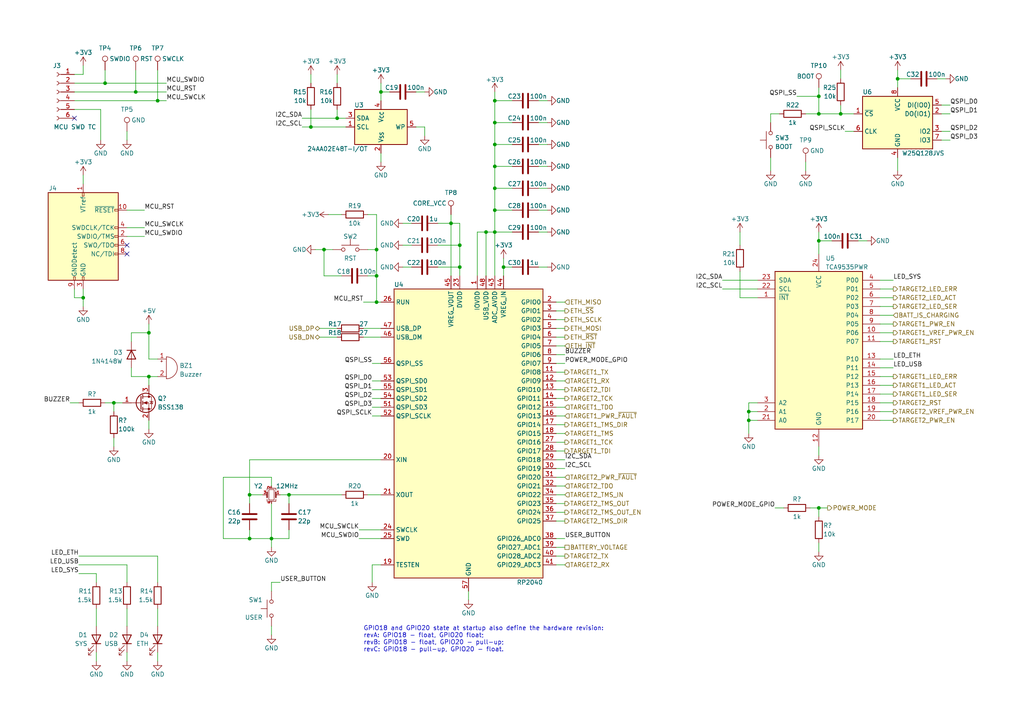
<source format=kicad_sch>
(kicad_sch (version 20221206) (generator eeschema)
  (paper "A4")
  (junction (at 243.84 33.02))
  (junction (at 109.22 80.01))
  (junction (at 43.18 109.22))
  (junction (at 143.51 60.96))
  (junction (at 143.51 67.31))
  (junction (at 140.97 67.31))
  (junction (at 97.79 34.29) (diameter 0.9144))
  (junction (at 260.35 22.86))
  (junction (at 237.49 27.94))
  (junction (at 90.17 36.83) (diameter 0.9144))
  (junction (at 93.98 72.39))
  (junction (at 33.02 116.84))
  (junction (at 143.51 54.61))
  (junction (at 43.18 96.52))
  (junction (at 133.35 71.12))
  (junction (at 237.49 147.32))
  (junction (at 217.17 119.38))
  (junction (at 237.49 69.85))
  (junction (at 143.51 48.26))
  (junction (at 130.81 64.77))
  (junction (at 217.17 121.92))
  (junction (at 83.82 143.51))
  (junction (at 110.49 26.67) (diameter 0.9144))
  (junction (at 143.51 41.91))
  (junction (at 133.35 77.47))
  (junction (at 78.74 156.21) (diameter 0.9144))
  (junction (at 72.39 143.51) (diameter 0.9144))
  (junction (at 143.51 29.21))
  (junction (at 109.22 87.63))
  (junction (at 109.22 72.39))
  (junction (at 39.37 26.67))
  (junction (at 146.05 77.47))
  (junction (at 30.48 24.13))
  (junction (at 72.39 156.21) (diameter 0.9144))
  (junction (at 45.72 29.21))
  (junction (at 143.51 35.56))
  (junction (at 237.49 33.02))
  (junction (at 24.13 86.36))
  (no_connect (at 36.83 71.12))
  (no_connect (at 36.83 73.66))
  (no_connect (at 21.59 34.29))
  (wire (pts (xy 120.65 26.67) (xy 123.19 26.67)))
  (wire (pts (xy 30.48 24.13) (xy 48.26 24.13)))
  (wire (pts (xy 223.52 33.02) (xy 226.06 33.02)))
  (wire (pts (xy 255.27 106.68) (xy 259.08 106.68)))
  (wire (pts (xy 21.59 83.82) (xy 21.59 86.36)))
  (wire (pts (xy 21.59 86.36) (xy 24.13 86.36)))
  (wire (pts (xy 43.18 121.92) (xy 43.18 124.46)))
  (wire (pts (xy 255.27 81.28) (xy 259.08 81.28)))
  (wire (pts (xy 161.29 151.13) (xy 163.83 151.13)))
  (wire (pts (xy 143.51 67.31) (xy 143.51 80.01)))
  (wire (pts (xy 161.29 138.43) (xy 163.83 138.43)))
  (wire (pts (xy 72.39 143.51) (xy 72.39 133.35)))
  (wire (pts (xy 161.29 90.17) (xy 163.83 90.17)))
  (wire (pts (xy 243.84 30.48) (xy 243.84 33.02)))
  (wire (pts (xy 78.74 168.91) (xy 78.74 171.45)))
  (wire (pts (xy 143.51 35.56) (xy 148.59 35.56)))
  (wire (pts (xy 81.28 168.91) (xy 78.74 168.91)))
  (wire (pts (xy 224.79 147.32) (xy 227.33 147.32)))
  (wire (pts (xy 130.81 64.77) (xy 130.81 80.01)))
  (wire (pts (xy 130.81 62.23) (xy 130.81 64.77)))
  (wire (pts (xy 214.63 78.74) (xy 214.63 86.36)))
  (wire (pts (xy 209.55 83.82) (xy 219.71 83.82)))
  (wire (pts (xy 214.63 67.31) (xy 214.63 71.12)))
  (wire (pts (xy 104.14 156.21) (xy 110.49 156.21)))
  (wire (pts (xy 96.52 72.39) (xy 93.98 72.39)))
  (wire (pts (xy 78.74 181.61) (xy 78.74 184.15)))
  (wire (pts (xy 109.22 80.01) (xy 109.22 87.63)))
  (wire (pts (xy 21.59 29.21) (xy 45.72 29.21)))
  (wire (pts (xy 161.29 105.41) (xy 163.83 105.41)))
  (wire (pts (xy 255.27 88.9) (xy 259.08 88.9)))
  (wire (pts (xy 143.51 35.56) (xy 143.51 41.91)))
  (wire (pts (xy 161.29 130.81) (xy 163.83 130.81)))
  (wire (pts (xy 87.63 36.83) (xy 90.17 36.83)))
  (wire (pts (xy 21.59 24.13) (xy 30.48 24.13)))
  (wire (pts (xy 143.51 60.96) (xy 148.59 60.96)))
  (wire (pts (xy 127 71.12) (xy 133.35 71.12)))
  (wire (pts (xy 260.35 20.32) (xy 260.35 22.86)))
  (wire (pts (xy 143.51 26.67) (xy 143.51 29.21)))
  (wire (pts (xy 161.29 158.75) (xy 163.83 158.75)))
  (wire (pts (xy 143.51 41.91) (xy 143.51 48.26)))
  (wire (pts (xy 217.17 121.92) (xy 219.71 121.92)))
  (wire (pts (xy 255.27 83.82) (xy 259.08 83.82)))
  (wire (pts (xy 255.27 121.92) (xy 259.08 121.92)))
  (wire (pts (xy 133.35 71.12) (xy 133.35 64.77)))
  (wire (pts (xy 106.68 143.51) (xy 110.49 143.51)))
  (wire (pts (xy 105.41 97.79) (xy 110.49 97.79)))
  (wire (pts (xy 91.44 72.39) (xy 93.98 72.39)))
  (wire (pts (xy 237.49 157.48) (xy 237.49 160.02)))
  (wire (pts (xy 158.75 35.56) (xy 156.21 35.56)))
  (wire (pts (xy 107.95 118.11) (xy 110.49 118.11)))
  (wire (pts (xy 161.29 110.49) (xy 163.83 110.49)))
  (wire (pts (xy 90.17 36.83) (xy 90.17 31.75)))
  (wire (pts (xy 100.33 36.83) (xy 90.17 36.83)))
  (wire (pts (xy 45.72 189.23) (xy 45.72 191.77)))
  (wire (pts (xy 243.84 20.32) (xy 243.84 22.86)))
  (wire (pts (xy 36.83 68.58) (xy 41.91 68.58)))
  (wire (pts (xy 24.13 21.59) (xy 21.59 21.59)))
  (wire (pts (xy 87.63 34.29) (xy 97.79 34.29)))
  (wire (pts (xy 43.18 104.14) (xy 45.72 104.14)))
  (wire (pts (xy 116.84 71.12) (xy 119.38 71.12)))
  (wire (pts (xy 33.02 127) (xy 33.02 129.54)))
  (wire (pts (xy 81.28 143.51) (xy 83.82 143.51)))
  (wire (pts (xy 95.25 62.23) (xy 99.06 62.23)))
  (wire (pts (xy 45.72 176.53) (xy 45.72 181.61)))
  (wire (pts (xy 143.51 54.61) (xy 148.59 54.61)))
  (wire (pts (xy 255.27 104.14) (xy 259.08 104.14)))
  (wire (pts (xy 93.98 80.01) (xy 99.06 80.01)))
  (wire (pts (xy 106.68 62.23) (xy 109.22 62.23)))
  (wire (pts (xy 133.35 80.01) (xy 133.35 77.47)))
  (wire (pts (xy 146.05 77.47) (xy 148.59 77.47)))
  (wire (pts (xy 237.49 129.54) (xy 237.49 132.08)))
  (wire (pts (xy 158.75 29.21) (xy 156.21 29.21)))
  (wire (pts (xy 223.52 35.56) (xy 223.52 33.02)))
  (wire (pts (xy 161.29 140.97) (xy 163.83 140.97)))
  (wire (pts (xy 105.41 87.63) (xy 109.22 87.63)))
  (wire (pts (xy 24.13 83.82) (xy 24.13 86.36)))
  (wire (pts (xy 24.13 86.36) (xy 24.13 88.9)))
  (wire (pts (xy 217.17 116.84) (xy 219.71 116.84)))
  (wire (pts (xy 29.21 40.64) (xy 29.21 31.75)))
  (wire (pts (xy 33.02 116.84) (xy 33.02 119.38)))
  (wire (pts (xy 161.29 87.63) (xy 163.83 87.63)))
  (wire (pts (xy 36.83 176.53) (xy 36.83 181.61)))
  (wire (pts (xy 36.83 38.1) (xy 36.83 40.64)))
  (wire (pts (xy 146.05 80.01) (xy 146.05 77.47)))
  (wire (pts (xy 209.55 81.28) (xy 219.71 81.28)))
  (wire (pts (xy 33.02 116.84) (xy 35.56 116.84)))
  (wire (pts (xy 36.83 168.91) (xy 36.83 163.83)))
  (wire (pts (xy 237.49 27.94) (xy 237.49 33.02)))
  (wire (pts (xy 161.29 143.51) (xy 163.83 143.51)))
  (wire (pts (xy 143.51 41.91) (xy 148.59 41.91)))
  (wire (pts (xy 45.72 20.32) (xy 45.72 29.21)))
  (wire (pts (xy 123.19 36.83) (xy 120.65 36.83)))
  (wire (pts (xy 78.74 140.97) (xy 78.74 138.43)))
  (wire (pts (xy 158.75 41.91) (xy 156.21 41.91)))
  (wire (pts (xy 27.94 168.91) (xy 27.94 166.37)))
  (wire (pts (xy 83.82 153.67) (xy 83.82 156.21)))
  (wire (pts (xy 255.27 91.44) (xy 259.08 91.44)))
  (wire (pts (xy 237.49 33.02) (xy 243.84 33.02)))
  (wire (pts (xy 21.59 26.67) (xy 39.37 26.67)))
  (wire (pts (xy 123.19 39.37) (xy 123.19 36.83)))
  (wire (pts (xy 107.95 110.49) (xy 110.49 110.49)))
  (wire (pts (xy 109.22 62.23) (xy 109.22 72.39)))
  (wire (pts (xy 107.95 120.65) (xy 110.49 120.65)))
  (wire (pts (xy 158.75 48.26) (xy 156.21 48.26)))
  (wire (pts (xy 237.49 147.32) (xy 240.03 147.32)))
  (wire (pts (xy 45.72 29.21) (xy 48.26 29.21)))
  (wire (pts (xy 161.29 115.57) (xy 163.83 115.57)))
  (wire (pts (xy 161.29 107.95) (xy 163.83 107.95)))
  (wire (pts (xy 138.43 67.31) (xy 138.43 80.01)))
  (wire (pts (xy 105.41 95.25) (xy 110.49 95.25)))
  (wire (pts (xy 273.05 33.02) (xy 275.59 33.02)))
  (wire (pts (xy 72.39 133.35) (xy 110.49 133.35)))
  (wire (pts (xy 21.59 31.75) (xy 29.21 31.75)))
  (wire (pts (xy 36.83 60.96) (xy 41.91 60.96)))
  (wire (pts (xy 78.74 138.43) (xy 64.77 138.43)))
  (wire (pts (xy 255.27 99.06) (xy 259.08 99.06)))
  (wire (pts (xy 127 77.47) (xy 133.35 77.47)))
  (wire (pts (xy 133.35 64.77) (xy 130.81 64.77)))
  (wire (pts (xy 260.35 22.86) (xy 260.35 25.4)))
  (wire (pts (xy 104.14 153.67) (xy 110.49 153.67)))
  (wire (pts (xy 161.29 161.29) (xy 163.83 161.29)))
  (wire (pts (xy 255.27 109.22) (xy 259.08 109.22)))
  (wire (pts (xy 72.39 143.51) (xy 72.39 146.05)))
  (wire (pts (xy 161.29 163.83) (xy 163.83 163.83)))
  (wire (pts (xy 217.17 119.38) (xy 219.71 119.38)))
  (wire (pts (xy 116.84 77.47) (xy 119.38 77.47)))
  (wire (pts (xy 107.95 105.41) (xy 110.49 105.41)))
  (wire (pts (xy 97.79 21.59) (xy 97.79 24.13)))
  (wire (pts (xy 78.74 146.05) (xy 78.74 156.21)))
  (wire (pts (xy 143.51 67.31) (xy 148.59 67.31)))
  (wire (pts (xy 158.75 67.31) (xy 156.21 67.31)))
  (wire (pts (xy 97.79 34.29) (xy 97.79 31.75)))
  (wire (pts (xy 100.33 34.29) (xy 97.79 34.29)))
  (wire (pts (xy 161.29 102.87) (xy 163.83 102.87)))
  (wire (pts (xy 64.77 138.43) (xy 64.77 156.21)))
  (wire (pts (xy 30.48 116.84) (xy 33.02 116.84)))
  (wire (pts (xy 90.17 21.59) (xy 90.17 24.13)))
  (wire (pts (xy 45.72 161.29) (xy 45.72 168.91)))
  (wire (pts (xy 223.52 45.72) (xy 223.52 49.53)))
  (wire (pts (xy 158.75 60.96) (xy 156.21 60.96)))
  (wire (pts (xy 107.95 115.57) (xy 110.49 115.57)))
  (wire (pts (xy 273.05 30.48) (xy 275.59 30.48)))
  (wire (pts (xy 110.49 24.13) (xy 110.49 26.67)))
  (wire (pts (xy 161.29 135.89) (xy 163.83 135.89)))
  (wire (pts (xy 273.05 40.64) (xy 275.59 40.64)))
  (wire (pts (xy 30.48 20.32) (xy 30.48 24.13)))
  (wire (pts (xy 78.74 156.21) (xy 78.74 158.75)))
  (wire (pts (xy 255.27 116.84) (xy 259.08 116.84)))
  (wire (pts (xy 22.86 161.29) (xy 45.72 161.29)))
  (wire (pts (xy 273.05 38.1) (xy 275.59 38.1)))
  (wire (pts (xy 161.29 133.35) (xy 163.83 133.35)))
  (wire (pts (xy 127 64.77) (xy 130.81 64.77)))
  (wire (pts (xy 255.27 86.36) (xy 259.08 86.36)))
  (wire (pts (xy 161.29 113.03) (xy 163.83 113.03)))
  (wire (pts (xy 78.74 156.21) (xy 72.39 156.21)))
  (wire (pts (xy 22.86 166.37) (xy 27.94 166.37)))
  (wire (pts (xy 45.72 109.22) (xy 43.18 109.22)))
  (wire (pts (xy 237.49 67.31) (xy 237.49 69.85)))
  (wire (pts (xy 237.49 69.85) (xy 237.49 73.66)))
  (wire (pts (xy 116.84 64.77) (xy 119.38 64.77)))
  (wire (pts (xy 27.94 176.53) (xy 27.94 181.61)))
  (wire (pts (xy 93.98 80.01) (xy 93.98 72.39)))
  (wire (pts (xy 234.95 147.32) (xy 237.49 147.32)))
  (wire (pts (xy 271.78 22.86) (xy 274.32 22.86)))
  (wire (pts (xy 72.39 156.21) (xy 72.39 153.67)))
  (wire (pts (xy 237.49 147.32) (xy 237.49 149.86)))
  (wire (pts (xy 39.37 20.32) (xy 39.37 26.67)))
  (wire (pts (xy 255.27 114.3) (xy 259.08 114.3)))
  (wire (pts (xy 110.49 26.67) (xy 110.49 29.21)))
  (wire (pts (xy 113.03 26.67) (xy 110.49 26.67)))
  (wire (pts (xy 107.95 113.03) (xy 110.49 113.03)))
  (wire (pts (xy 161.29 95.25) (xy 163.83 95.25)))
  (wire (pts (xy 161.29 92.71) (xy 163.83 92.71)))
  (wire (pts (xy 255.27 96.52) (xy 259.08 96.52)))
  (wire (pts (xy 163.83 118.11) (xy 161.29 118.11)))
  (wire (pts (xy 92.71 95.25) (xy 97.79 95.25)))
  (wire (pts (xy 109.22 72.39) (xy 109.22 80.01)))
  (wire (pts (xy 24.13 19.05) (xy 24.13 21.59)))
  (wire (pts (xy 231.14 27.94) (xy 237.49 27.94)))
  (wire (pts (xy 217.17 121.92) (xy 217.17 119.38)))
  (wire (pts (xy 43.18 96.52) (xy 43.18 104.14)))
  (wire (pts (xy 109.22 87.63) (xy 110.49 87.63)))
  (wire (pts (xy 43.18 93.98) (xy 43.18 96.52)))
  (wire (pts (xy 237.49 69.85) (xy 241.3 69.85)))
  (wire (pts (xy 146.05 74.93) (xy 146.05 77.47)))
  (wire (pts (xy 43.18 109.22) (xy 43.18 111.76)))
  (wire (pts (xy 110.49 44.45) (xy 110.49 46.99)))
  (wire (pts (xy 20.32 116.84) (xy 22.86 116.84)))
  (wire (pts (xy 161.29 100.33) (xy 163.83 100.33)))
  (wire (pts (xy 92.71 97.79) (xy 97.79 97.79)))
  (wire (pts (xy 38.1 106.68) (xy 38.1 109.22)))
  (wire (pts (xy 22.86 163.83) (xy 36.83 163.83)))
  (wire (pts (xy 161.29 156.21) (xy 163.83 156.21)))
  (wire (pts (xy 233.68 46.99) (xy 233.68 49.53)))
  (wire (pts (xy 233.68 33.02) (xy 237.49 33.02)))
  (wire (pts (xy 143.51 60.96) (xy 143.51 67.31)))
  (wire (pts (xy 248.92 69.85) (xy 251.46 69.85)))
  (wire (pts (xy 36.83 66.04) (xy 41.91 66.04)))
  (wire (pts (xy 27.94 189.23) (xy 27.94 191.77)))
  (wire (pts (xy 133.35 71.12) (xy 133.35 77.47)))
  (wire (pts (xy 161.29 128.27) (xy 163.83 128.27)))
  (wire (pts (xy 76.2 143.51) (xy 72.39 143.51)))
  (wire (pts (xy 214.63 86.36) (xy 219.71 86.36)))
  (wire (pts (xy 64.77 156.21) (xy 72.39 156.21)))
  (wire (pts (xy 106.68 72.39) (xy 109.22 72.39)))
  (wire (pts (xy 107.95 163.83) (xy 107.95 168.91)))
  (wire (pts (xy 38.1 96.52) (xy 43.18 96.52)))
  (wire (pts (xy 36.83 189.23) (xy 36.83 191.77)))
  (wire (pts (xy 161.29 148.59) (xy 163.83 148.59)))
  (wire (pts (xy 38.1 99.06) (xy 38.1 96.52)))
  (wire (pts (xy 83.82 156.21) (xy 78.74 156.21)))
  (wire (pts (xy 140.97 67.31) (xy 143.51 67.31)))
  (wire (pts (xy 243.84 33.02) (xy 247.65 33.02)))
  (wire (pts (xy 161.29 125.73) (xy 163.83 125.73)))
  (wire (pts (xy 38.1 109.22) (xy 43.18 109.22)))
  (wire (pts (xy 255.27 93.98) (xy 259.08 93.98)))
  (wire (pts (xy 237.49 25.4) (xy 237.49 27.94)))
  (wire (pts (xy 161.29 123.19) (xy 163.83 123.19)))
  (wire (pts (xy 245.11 38.1) (xy 247.65 38.1)))
  (wire (pts (xy 135.89 171.45) (xy 135.89 173.99)))
  (wire (pts (xy 217.17 125.73) (xy 217.17 121.92)))
  (wire (pts (xy 156.21 77.47) (xy 158.75 77.47)))
  (wire (pts (xy 143.51 29.21) (xy 148.59 29.21)))
  (wire (pts (xy 107.95 163.83) (xy 110.49 163.83)))
  (wire (pts (xy 161.29 146.05) (xy 163.83 146.05)))
  (wire (pts (xy 140.97 67.31) (xy 140.97 80.01)))
  (wire (pts (xy 255.27 111.76) (xy 259.08 111.76)))
  (wire (pts (xy 143.51 48.26) (xy 143.51 54.61)))
  (wire (pts (xy 143.51 54.61) (xy 143.51 60.96)))
  (wire (pts (xy 217.17 119.38) (xy 217.17 116.84)))
  (wire (pts (xy 158.75 54.61) (xy 156.21 54.61)))
  (wire (pts (xy 24.13 50.8) (xy 24.13 53.34)))
  (wire (pts (xy 161.29 120.65) (xy 163.83 120.65)))
  (wire (pts (xy 260.35 22.86) (xy 264.16 22.86)))
  (wire (pts (xy 143.51 48.26) (xy 148.59 48.26)))
  (wire (pts (xy 39.37 26.67) (xy 48.26 26.67)))
  (wire (pts (xy 138.43 67.31) (xy 140.97 67.31)))
  (wire (pts (xy 143.51 29.21) (xy 143.51 35.56)))
  (wire (pts (xy 161.29 97.79) (xy 163.83 97.79)))
  (wire (pts (xy 83.82 143.51) (xy 83.82 146.05)))
  (wire (pts (xy 255.27 119.38) (xy 259.08 119.38)))
  (wire (pts (xy 260.35 45.72) (xy 260.35 49.53)))
  (wire (pts (xy 83.82 143.51) (xy 99.06 143.51)))
  (wire (pts (xy 106.68 80.01) (xy 109.22 80.01)))
  (text "GPIO18 and GPIO20 state at startup also define the hardware revision:\nrevA: GPIO18 - float, GPIO20 float;\nrevB: GPIO18 - float, GPIO20 - pull-up;\nrevC: GPIO18 - pull-up, GPIO20 - float." (at 105.41 189.23 0) (effects (font (size 1.27 1.27)) (justify left bottom)))
  (label "QSPI_SS" (at 231.14 27.94 180))
  (label "LED_SYS" (at 22.86 166.37 180))
  (label "QSPI_D1" (at 275.59 33.02 0))
  (label "QSPI_D3" (at 275.59 40.64 0))
  (label "I2C_SDA" (at 209.55 81.28 180))
  (label "USER_BUTTON" (at 81.28 168.91 0))
  (label "LED_ETH" (at 22.86 161.29 180))
  (label "QSPI_D2" (at 107.95 115.57 180))
  (label "QSPI_D0" (at 107.95 110.49 180))
  (label "LED_USB" (at 22.86 163.83 180))
  (label "QSPI_D1" (at 107.95 113.03 180))
  (label "MCU_RST" (at 105.41 87.63 180))
  (label "I2C_SCL" (at 163.83 135.89 0))
  (label "MCU_SWCLK" (at 104.14 153.67 180))
  (label "USER_BUTTON" (at 163.83 156.21 0))
  (label "I2C_SDA" (at 87.63 34.29 180))
  (label "QSPI_D3" (at 107.95 118.11 180))
  (label "BUZZER" (at 163.83 102.87 0))
  (label "MCU_SWDIO" (at 48.26 24.13 0))
  (label "MCU_SWCLK" (at 41.91 66.04 0))
  (label "QSPI_D2" (at 275.59 38.1 0))
  (label "I2C_SCL" (at 87.63 36.83 180))
  (label "QSPI_SCLK" (at 245.11 38.1 180))
  (label "BUZZER" (at 20.32 116.84 180))
  (label "LED_USB" (at 259.08 106.68 0))
  (label "LED_ETH" (at 259.08 104.14 0))
  (label "LED_SYS" (at 259.08 81.28 0))
  (label "MCU_SWDIO" (at 41.91 68.58 0))
  (label "I2C_SCL" (at 209.55 83.82 180))
  (label "QSPI_D0" (at 275.59 30.48 0))
  (label "MCU_RST" (at 48.26 26.67 0))
  (label "QSPI_SCLK" (at 107.95 120.65 180))
  (label "POWER_MODE_GPIO" (at 163.83 105.41 0))
  (label "MCU_RST" (at 41.91 60.96 0))
  (label "QSPI_SS" (at 107.95 105.41 180))
  (label "MCU_SWCLK" (at 48.26 29.21 0))
  (label "MCU_SWDIO" (at 104.14 156.21 180))
  (label "POWER_MODE_GPIO" (at 224.79 147.32 180))
  (label "I2C_SDA" (at 163.83 133.35 0))
  (hierarchical_label "TARGET1_RST" (shape output) (at 259.08 99.06 0))
  (hierarchical_label "TARGET2_TMS_IN" (shape input) (at 163.83 143.51 0))
  (hierarchical_label "TARGET2_TX" (shape output) (at 163.83 161.29 0))
  (hierarchical_label "USB_DN" (shape bidirectional) (at 92.71 97.79 180))
  (hierarchical_label "TARGET1_LED_ACT" (shape output) (at 259.08 111.76 0))
  (hierarchical_label "TARGET2_TMS_OUT_EN" (shape output) (at 163.83 148.59 0))
  (hierarchical_label "TARGET2_RST" (shape output) (at 259.08 116.84 0))
  (hierarchical_label "TARGET1_LED_SER" (shape output) (at 259.08 114.3 0))
  (hierarchical_label "TARGET2_TCK" (shape output) (at 163.83 115.57 0))
  (hierarchical_label "TARGET2_RX" (shape input) (at 163.83 163.83 0))
  (hierarchical_label "TARGET2_TDI" (shape output) (at 163.83 113.03 0))
  (hierarchical_label "ETH_~{INT}" (shape input) (at 163.83 100.33 0))
  (hierarchical_label "TARGET1_TCK" (shape output) (at 163.83 128.27 0))
  (hierarchical_label "ETH_~{RST}" (shape output) (at 163.83 97.79 0))
  (hierarchical_label "TARGET1_VREF_PWR_EN" (shape output) (at 259.08 96.52 0))
  (hierarchical_label "ETH_MOSI" (shape output) (at 163.83 95.25 0))
  (hierarchical_label "TARGET1_TMS" (shape bidirectional) (at 163.83 125.73 0))
  (hierarchical_label "TARGET1_LED_ERR" (shape output) (at 259.08 109.22 0))
  (hierarchical_label "TARGET1_PWR_EN" (shape output) (at 259.08 93.98 0))
  (hierarchical_label "TARGET2_PWR_EN" (shape output) (at 259.08 121.92 0))
  (hierarchical_label "TARGET2_TMS_DIR" (shape output) (at 163.83 151.13 0))
  (hierarchical_label "TARGET2_PWR_~{FAULT}" (shape input) (at 163.83 138.43 0))
  (hierarchical_label "TARGET2_LED_ACT" (shape output) (at 259.08 86.36 0))
  (hierarchical_label "TARGET1_TDO" (shape input) (at 163.83 118.11 0))
  (hierarchical_label "TARGET1_TDI" (shape output) (at 163.83 130.81 0))
  (hierarchical_label "ETH_MISO" (shape input) (at 163.83 87.63 0))
  (hierarchical_label "POWER_MODE" (shape output) (at 240.03 147.32 0))
  (hierarchical_label "USB_DP" (shape bidirectional) (at 92.71 95.25 180))
  (hierarchical_label "TARGET1_RX" (shape input) (at 163.83 110.49 0))
  (hierarchical_label "TARGET1_PWR_~{FAULT}" (shape input) (at 163.83 120.65 0))
  (hierarchical_label "BATTERY_VOLTAGE" (shape passive) (at 163.83 158.75 0))
  (hierarchical_label "TARGET2_TMS_OUT" (shape output) (at 163.83 146.05 0))
  (hierarchical_label "ETH_SCLK" (shape output) (at 163.83 92.71 0))
  (hierarchical_label "TARGET1_TX" (shape output) (at 163.83 107.95 0))
  (hierarchical_label "TARGET2_LED_ERR" (shape output) (at 259.08 83.82 0))
  (hierarchical_label "TARGET2_VREF_PWR_EN" (shape output) (at 259.08 119.38 0))
  (hierarchical_label "ETH_~{SS}" (shape output) (at 163.83 90.17 0))
  (hierarchical_label "BATT_IS_CHARGING" (shape input) (at 259.08 91.44 0))
  (hierarchical_label "TARGET2_LED_SER" (shape output) (at 259.08 88.9 0))
  (hierarchical_label "TARGET1_TMS_DIR" (shape output) (at 163.83 123.19 0))
  (hierarchical_label "TARGET2_TDO" (shape input) (at 163.83 140.97 0))
  (symbol (lib_id "power:+3V3") (at 146.05 74.93 0) (unit 1)
    (property "Reference" "#PWR054" (effects hide))
    (property "Value" "+3V3" (at 146.05 71.12 0))
  )
  (symbol (lib_id "Interface_Expansion:TCA9535PWR") (at 237.49 101.6 0) (unit 1)
    (property "Reference" "U5" (at 239.4459 74.93 0) (effects (justify left)))
    (property "Value" "TCA9535PWR" (at 239.4459 77.47 0) (effects (justify left)))
    (property "Footprint" "Package_SO:TSSOP-24_4.4x7.8mm_P0.65mm" (effects hide))
    (property "Datasheet" "http://www.ti.com/lit/ds/symlink/tca9535.pdf" (effects hide))
    (property "Part Number" "TCA9535PWR" (effects hide))
  )
  (symbol (lib_id "power:GND") (at 110.49 46.99 0) (unit 1)
    (property "Reference" "#PWR046" (effects hide))
    (property "Value" "GND" (at 110.49 50.8 0))
  )
  (symbol (lib_id "power:GND") (at 45.72 191.77 0) (unit 1)
    (property "Reference" "#PWR037" (effects hide))
    (property "Value" "GND" (at 45.72 195.58 0))
  )
  (symbol (lib_id "Device:R") (at 33.02 123.19 0) (unit 1)
    (property "Reference" "R?" (at 34.29 121.92 0) (effects (justify left)))
    (property "Value" "100k" (at 34.29 124.46 0) (effects (justify left)))
    (property "Footprint" "Resistor_SMD:R_0402_1005Metric" (effects hide))
    (property "Part Number" "RC0402FR-07100KL" (effects hide))
    (instances (project "RubyLink_revC" (path "" (reference "R?") (unit 1)) (path "" (reference "R12") (unit 1))))
  )
  (symbol (lib_id "power:GND") (at 158.75 41.91 90) (unit 1)
    (property "Reference" "#PWR057" (effects hide))
    (property "Value" "GND" (at 161.29 41.91 90) (effects (justify right)))
  )
  (symbol (lib_id "power:+3V3") (at 237.49 67.31 0) (unit 1)
    (property "Reference" "#PWR067" (effects hide))
    (property "Value" "+3V3" (at 237.49 63.5 0))
  )
  (symbol (lib_id "Device:C") (at 152.4 60.96 90) (unit 1)
    (property "Reference" "C28" (at 151.13 59.69 90) (effects (justify left)))
    (property "Value" "100n" (at 153.6701 59.69 90) (effects (justify right)))
    (property "Footprint" "Capacitor_SMD:C_0402_1005Metric" (effects hide))
    (property "Part Number" "CC0402KRX7R7BB104" (effects hide))
  )
  (symbol (lib_id "Device:C") (at 123.19 64.77 90) (mirror x) (unit 1)
    (property "Reference" "C20" (at 121.92 63.5 90) (effects (justify left)))
    (property "Value" "1u" (at 124.4601 63.5 90) (effects (justify right)))
    (property "Footprint" "Capacitor_SMD:C_0402_1005Metric" (effects hide))
    (property "Part Number" "CC0402KRX5R7BB105" (effects hide))
  )
  (symbol (lib_id "Device:R") (at 101.6 97.79 270) (mirror x) (unit 1)
    (property "Reference" "R18" (at 99.06 96.52 90) (effects (justify right)))
    (property "Value" "27" (at 104.14 96.52 90) (effects (justify left)))
    (property "Footprint" "Resistor_SMD:R_0402_1005Metric" (effects hide))
    (property "Part Number" "RC0402FR-0727RL" (effects hide))
  )
  (symbol (lib_id "Device:C") (at 152.4 48.26 90) (unit 1)
    (property "Reference" "C26" (at 151.13 46.99 90) (effects (justify left)))
    (property "Value" "100n" (at 153.6701 46.99 90) (effects (justify right)))
    (property "Footprint" "Capacitor_SMD:C_0402_1005Metric" (effects hide))
    (property "Part Number" "CC0402KRX7R7BB104" (effects hide))
  )
  (symbol (lib_id "Switch:SW_Push") (at 223.52 40.64 90) (unit 1)
    (property "Reference" "SW3" (at 224.79 40.005 90) (effects (justify right)))
    (property "Value" "BOOT" (at 224.79 42.545 90) (effects (justify right)))
    (property "Footprint" "Button_Switch_SMD:SW_SPST_B3U-1000P-B" (effects hide))
    (property "Part Number" "B3U-1000P" (effects hide))
  )
  (symbol (lib_id "power:GND") (at 123.19 26.67 90) (unit 1)
    (property "Reference" "#PWR050" (effects hide))
    (property "Value" "GND" (at 125.73 26.67 90) (effects (justify right)))
  )
  (symbol (lib_id "Device:LED") (at 27.94 185.42 270) (mirror x) (unit 1)
    (property "Reference" "D1" (at 25.4 184.15 90) (effects (justify right)))
    (property "Value" "SYS" (at 25.4 186.69 90) (effects (justify right)))
    (property "Footprint" "LED_THT:LED_D3.0mm" (effects hide))
    (property "Part Number" "GNL-3014GD" (effects hide))
  )
  (symbol (lib_id "Device:R") (at 237.49 153.67 0) (unit 1)
    (property "Reference" "R?" (at 238.76 152.4 0) (effects (justify left)))
    (property "Value" "10k" (at 238.76 154.94 0) (effects (justify left)))
    (property "Footprint" "Resistor_SMD:R_0402_1005Metric" (effects hide))
    (property "Part Number" "RC0402FR-0710KL" (effects hide))
    (instances (project "RubyLink_revC" (path "" (reference "R?") (unit 1)) (path "" (reference "R24") (unit 1))))
  )
  (symbol (lib_id "power:GND") (at 237.49 160.02 0) (unit 1)
    (property "Reference" "#PWR?" (effects hide))
    (property "Value" "GND" (at 237.49 163.83 0))
    (instances (project "RubyLink_revC" (path "" (reference "#PWR?") (unit 1)) (path "" (reference "#PWR069") (unit 1))))
  )
  (symbol (lib_id "Connector:TestPoint") (at 237.49 25.4 0) (mirror y) (unit 1)
    (property "Reference" "TP10" (at 237.49 19.05 0))
    (property "Value" "BOOT" (at 236.22 22.86 0) (effects (justify left bottom)))
    (property "Footprint" "TestPoint:TestPoint_Pad_D1.0mm" (effects hide))
  )
  (symbol (lib_id "Connector:TestPoint") (at 36.83 38.1 0) (mirror y) (unit 1)
    (property "Reference" "TP5" (at 36.83 31.75 0))
    (property "Value" "GND" (at 38.1 35.56 0) (effects (justify right bottom)))
    (property "Footprint" "TestPoint:TestPoint_Pad_D1.0mm" (effects hide))
  )
  (symbol (lib_id "Diode:1N4148W") (at 38.1 102.87 90) (mirror x) (unit 1)
    (property "Reference" "D3" (at 35.56 102.235 90) (effects (justify left)))
    (property "Value" "1N4148W" (at 35.56 104.775 90) (effects (justify left)))
    (property "Footprint" "Diode_SMD:D_SOD-123" (effects hide))
    (property "Datasheet" "https://www.vishay.com/docs/85748/1n4148w.pdf" (effects hide))
    (property "Part Number" "1N4148W" (effects hide))
  )
  (symbol (lib_id "power:GND") (at 43.18 124.46 0) (unit 1)
    (property "Reference" "#PWR?" (effects hide))
    (property "Value" "GND" (at 43.18 128.27 0))
    (instances (project "RubyLink_revC" (path "" (reference "#PWR?") (unit 1)) (path "" (reference "#PWR036") (unit 1))))
  )
  (symbol (lib_id "Transistor_FET:BSS138") (at 40.64 116.84 0) (unit 1)
    (property "Reference" "Q?" (at 45.72 115.57 0) (effects (justify left)))
    (property "Value" "BSS138" (at 45.72 118.11 0) (effects (justify left)))
    (property "Footprint" "Package_TO_SOT_SMD:SOT-23" (effects hide))
    (property "Datasheet" "https://www.onsemi.com/pub/Collateral/BSS138-D.PDF" (effects hide))
    (property "Part Number" "BSS138PW,115" (effects hide))
    (instances (project "RubyLink_revC" (path "" (reference "Q?") (unit 1)) (path "" (reference "Q1") (unit 1))))
  )
  (symbol (lib_id "power:GND") (at 237.49 132.08 0) (unit 1)
    (property "Reference" "#PWR068" (effects hide))
    (property "Value" "GND" (at 237.49 135.89 0))
  )
  (symbol (lib_id "MCU_RaspberryPi:RP2040") (at 135.89 125.73 0) (unit 1)
    (property "Reference" "U4" (at 114.3 82.55 0) (effects (justify left)))
    (property "Value" "RP2040" (at 157.48 168.91 0) (effects (justify right)))
    (property "Footprint" "Package_DFN_QFN:QFN-56-1EP_7x7mm_P0.4mm_EP3.2x3.2mm" (effects hide))
    (property "Datasheet" "https://datasheets.raspberrypi.com/rp2040/rp2040-datasheet.pdf" (effects hide))
    (property "Part Number" "RP2040" (effects hide))
  )
  (symbol (lib_id "Device:C") (at 123.19 71.12 90) (mirror x) (unit 1)
    (property "Reference" "C21" (at 121.92 69.85 90) (effects (justify left)))
    (property "Value" "100n" (at 124.4601 69.85 90) (effects (justify right)))
    (property "Footprint" "Capacitor_SMD:C_0402_1005Metric" (effects hide))
    (property "Part Number" "CC0402KRX7R7BB104" (effects hide))
  )
  (symbol (lib_id "power:+5V") (at 43.18 93.98 0) (unit 1)
    (property "Reference" "#PWR?" (effects hide))
    (property "Value" "+5V" (at 43.18 90.17 0))
    (instances (project "RubyLink_revC" (path "" (reference "#PWR?") (unit 1)) (path "" (reference "#PWR035") (unit 1))))
  )
  (symbol (lib_id "power:GND") (at 135.89 173.99 0) (unit 1)
    (property "Reference" "#PWR052" (effects hide))
    (property "Value" "GND" (at 135.89 177.8 0))
  )
  (symbol (lib_id "Device:C") (at 245.11 69.85 270) (unit 1)
    (property "Reference" "C31" (at 246.38 68.58 90) (effects (justify left)))
    (property "Value" "100n" (at 243.8399 68.58 90) (effects (justify right)))
    (property "Footprint" "Capacitor_SMD:C_0402_1005Metric" (effects hide))
    (property "Part Number" "CC0402KRX7R7BB104" (effects hide))
  )
  (symbol (lib_id "Device:R") (at 102.87 143.51 90) (unit 1)
    (property "Reference" "R20" (at 102.87 140.97 90))
    (property "Value" "1k" (at 102.87 146.05 90))
    (property "Footprint" "Resistor_SMD:R_0402_1005Metric" (effects hide))
    (property "Part Number" "RC0402FR-071KL" (effects hide))
  )
  (symbol (lib_id "power:GND") (at 158.75 67.31 90) (unit 1)
    (property "Reference" "#PWR061" (effects hide))
    (property "Value" "GND" (at 161.29 67.31 90) (effects (justify right)))
  )
  (symbol (lib_id "power:+3V3") (at 143.51 26.67 0) (unit 1)
    (property "Reference" "#PWR053" (effects hide))
    (property "Value" "+3V3" (at 143.51 23.114 0))
  )
  (symbol (lib_id "Connector:TestPoint") (at 39.37 20.32 0) (unit 1)
    (property "Reference" "TP6" (at 39.37 13.97 0))
    (property "Value" "RST" (at 40.64 17.78 0) (effects (justify left bottom)))
    (property "Footprint" "TestPoint:TestPoint_Pad_D1.0mm" (effects hide))
  )
  (symbol (lib_id "power:GND") (at 158.75 48.26 90) (unit 1)
    (property "Reference" "#PWR058" (effects hide))
    (property "Value" "GND" (at 161.29 48.26 90) (effects (justify right)))
  )
  (symbol (lib_id "Device:R") (at 36.83 172.72 0) (mirror y) (unit 1)
    (property "Reference" "R13" (at 35.56 171.45 0) (effects (justify left)))
    (property "Value" "1.5k" (at 35.56 173.99 0) (effects (justify left)))
    (property "Footprint" "Resistor_SMD:R_0402_1005Metric" (effects hide))
    (property "Part Number" "RC0402FR-071K5L" (effects hide))
  )
  (symbol (lib_id "power:GND") (at 217.17 125.73 0) (unit 1)
    (property "Reference" "#PWR064" (effects hide))
    (property "Value" "GND" (at 217.17 129.54 0))
  )
  (symbol (lib_id "Connector:Conn_ARM_JTAG_SWD_10") (at 24.13 68.58 0) (unit 1)
    (property "Reference" "J4" (at 16.51 54.6099 0) (effects (justify right)))
    (property "Value" "MCU SWD" (effects hide))
    (property "Footprint" "Connector_PinHeader_1.27mm:PinHeader_2x05_P1.27mm_Vertical_SMD" (effects hide))
    (property "Datasheet" "http://infocenter.arm.com/help/topic/com.arm.doc.ddi0314h/DDI0314H_coresight_components_trm.pdf" (effects hide))
    (property "Part Number" "20021221-00010C4LF" (effects hide))
  )
  (symbol (lib_id "power:+3V3") (at 95.25 62.23 90) (unit 1)
    (property "Reference" "#PWR042" (effects hide))
    (property "Value" "+3V3" (at 92.71 62.23 90) (effects (justify left)))
  )
  (symbol (lib_id "power:GND") (at 78.74 158.75 0) (unit 1)
    (property "Reference" "#PWR038" (effects hide))
    (property "Value" "GND" (at 78.74 162.56 0))
  )
  (symbol (lib_id "power:GND") (at 223.52 49.53 0) (unit 1)
    (property "Reference" "#PWR065" (effects hide))
    (property "Value" "GND" (at 223.52 53.34 0))
  )
  (symbol (lib_id "Device:LED") (at 36.83 185.42 270) (mirror x) (unit 1)
    (property "Reference" "D2" (at 34.29 184.15 90) (effects (justify right)))
    (property "Value" "USB" (at 34.29 186.69 90) (effects (justify right)))
    (property "Footprint" "LED_THT:LED_D3.0mm" (effects hide))
    (property "Part Number" "GNL-3014YD" (effects hide))
  )
  (symbol (lib_id "Switch:SW_Push") (at 78.74 176.53 90) (mirror x) (unit 1)
    (property "Reference" "SW1" (at 76.2 173.99 90) (effects (justify left)))
    (property "Value" "USER" (at 76.2 179.07 90) (effects (justify left)))
    (property "Footprint" "Button_Switch_THT:SW_Tactile_SPST_Angled_PTS645Vx58-2LFS" (effects hide))
    (property "Part Number" "PTS645VL582LFS" (effects hide))
  )
  (symbol (lib_id "power:GND") (at 158.75 35.56 90) (unit 1)
    (property "Reference" "#PWR056" (effects hide))
    (property "Value" "GND" (at 161.29 35.56 90) (effects (justify right)))
  )
  (symbol (lib_id "Device:C") (at 152.4 67.31 90) (unit 1)
    (property "Reference" "C29" (at 151.13 66.04 90) (effects (justify left)))
    (property "Value" "100n" (at 153.6701 66.04 90) (effects (justify right)))
    (property "Footprint" "Capacitor_SMD:C_0402_1005Metric" (effects hide))
    (property "Part Number" "CC0402KRX7R7BB104" (effects hide))
  )
  (symbol (lib_id "Device:R") (at 27.94 172.72 0) (mirror y) (unit 1)
    (property "Reference" "R11" (at 26.67 171.45 0) (effects (justify left)))
    (property "Value" "1.5k" (at 26.67 173.99 0) (effects (justify left)))
    (property "Footprint" "Resistor_SMD:R_0402_1005Metric" (effects hide))
    (property "Part Number" "RC0402FR-071K5L" (effects hide))
  )
  (symbol (lib_id "power:GND") (at 107.95 168.91 0) (unit 1)
    (property "Reference" "#PWR044" (effects hide))
    (property "Value" "GND" (at 107.95 172.72 0))
  )
  (symbol (lib_id "power:GND") (at 123.19 39.37 0) (unit 1)
    (property "Reference" "#PWR051" (effects hide))
    (property "Value" "GND" (at 123.19 43.18 0))
  )
  (symbol (lib_id "power:+3V3") (at 97.79 21.59 0) (unit 1)
    (property "Reference" "#PWR043" (effects hide))
    (property "Value" "+3V3" (at 97.79 17.78 0))
  )
  (symbol (lib_id "power:GND") (at 78.74 184.15 0) (mirror y) (unit 1)
    (property "Reference" "#PWR039" (effects hide))
    (property "Value" "GND" (at 78.74 187.96 0))
  )
  (symbol (lib_id "power:GND") (at 36.83 191.77 0) (unit 1)
    (property "Reference" "#PWR034" (effects hide))
    (property "Value" "GND" (at 36.83 195.58 0))
  )
  (symbol (lib_id "Device:R") (at 90.17 27.94 0) (mirror y) (unit 1)
    (property "Reference" "R15" (at 88.9 26.67 0) (effects (justify left)))
    (property "Value" "10k" (at 88.9 29.21 0) (effects (justify left)))
    (property "Footprint" "Resistor_SMD:R_0402_1005Metric" (effects hide))
    (property "Part Number" "RC0402FR-0710KL" (effects hide))
  )
  (symbol (lib_id "Device:R") (at 101.6 95.25 270) (mirror x) (unit 1)
    (property "Reference" "R17" (at 99.06 93.98 90) (effects (justify right)))
    (property "Value" "27" (at 104.14 93.98 90) (effects (justify left)))
    (property "Footprint" "Resistor_SMD:R_0402_1005Metric" (effects hide))
    (property "Part Number" "RC0402FR-0727RL" (effects hide))
  )
  (symbol (lib_id "Device:C") (at 83.82 149.86 0) (unit 1)
    (property "Reference" "C17" (at 86.36 148.59 0) (effects (justify left)))
    (property "Value" "22p" (at 86.36 151.13 0) (effects (justify left)))
    (property "Footprint" "Capacitor_SMD:C_0402_1005Metric" (effects hide))
    (property "Part Number" "CC0402JRNPO9BN220 " (effects hide))
  )
  (symbol (lib_id "power:GND") (at 36.83 40.64 0) (unit 1)
    (property "Reference" "#PWR033" (effects hide))
    (property "Value" "GND" (at 36.83 44.45 0))
  )
  (symbol (lib_id "power:+3V3") (at 24.13 19.05 0) (unit 1)
    (property "Reference" "#PWR027" (effects hide))
    (property "Value" "+3V3" (at 24.13 15.24 0))
  )
  (symbol (lib_id "Device:C") (at 152.4 41.91 90) (unit 1)
    (property "Reference" "C25" (at 151.13 40.64 90) (effects (justify left)))
    (property "Value" "100n" (at 153.6701 40.64 90) (effects (justify right)))
    (property "Footprint" "Capacitor_SMD:C_0402_1005Metric" (effects hide))
    (property "Part Number" "CC0402KRX7R7BB104" (effects hide))
  )
  (symbol (lib_id "power:+3V3") (at 24.13 50.8 0) (unit 1)
    (property "Reference" "#PWR028" (effects hide))
    (property "Value" "+3V3" (at 24.13 46.99 0))
  )
  (symbol (lib_id "Device:Crystal_GND24_Small") (at 78.74 143.51 180) (unit 1)
    (property "Reference" "Y2" (at 76.2 140.97 0) (effects (justify left)))
    (property "Value" "12MHz" (at 80.01 140.97 0) (effects (justify right)))
    (property "Footprint" "Crystal:Crystal_SMD_3225-4Pin_3.2x2.5mm" (effects hide))
    (property "Part Number" "ECS-120-18-33-JGN-TR3" (effects hide))
  )
  (symbol (lib_id "Device:R") (at 243.84 26.67 0) (mirror y) (unit 1)
    (property "Reference" "R25" (at 242.57 25.4 0) (effects (justify left)))
    (property "Value" "10k" (at 242.57 27.94 0) (effects (justify left)))
    (property "Footprint" "Resistor_SMD:R_0402_1005Metric" (effects hide))
    (property "Part Number" "RC0402FR-0710KL" (effects hide))
  )
  (symbol (lib_id "power:GND") (at 29.21 40.64 0) (unit 1)
    (property "Reference" "#PWR031" (effects hide))
    (property "Value" "GND" (at 29.21 44.45 0))
  )
  (symbol (lib_id "power:+3V3") (at 110.49 24.13 0) (unit 1)
    (property "Reference" "#PWR045" (effects hide))
    (property "Value" "+3V3" (at 110.49 20.32 0))
  )
  (symbol (lib_id "power:GND") (at 116.84 71.12 270) (unit 1)
    (property "Reference" "#PWR048" (effects hide))
    (property "Value" "GND" (at 114.3 71.12 90) (effects (justify right)))
  )
  (symbol (lib_id "power:+3V3") (at 260.35 20.32 0) (unit 1)
    (property "Reference" "#PWR072" (effects hide))
    (property "Value" "+3V3" (at 260.35 16.51 0))
  )
  (symbol (lib_id "power:GND") (at 158.75 54.61 90) (unit 1)
    (property "Reference" "#PWR059" (effects hide))
    (property "Value" "GND" (at 161.29 54.61 90) (effects (justify right)))
  )
  (symbol (lib_id "power:GND") (at 233.68 49.53 0) (unit 1)
    (property "Reference" "#PWR066" (effects hide))
    (property "Value" "GND" (at 233.68 53.34 0))
  )
  (symbol (lib_id "Device:LED") (at 45.72 185.42 270) (mirror x) (unit 1)
    (property "Reference" "D4" (at 43.18 184.15 90) (effects (justify right)))
    (property "Value" "ETH" (at 43.18 186.69 90) (effects (justify right)))
    (property "Footprint" "LED_THT:LED_D3.0mm" (effects hide))
    (property "Part Number" "GNL-3014YD" (effects hide))
  )
  (symbol (lib_id "power:GND") (at 158.75 60.96 90) (unit 1)
    (property "Reference" "#PWR060" (effects hide))
    (property "Value" "GND" (at 161.29 60.96 90) (effects (justify right)))
  )
  (symbol (lib_id "power:GND") (at 27.94 191.77 0) (unit 1)
    (property "Reference" "#PWR030" (effects hide))
    (property "Value" "GND" (at 27.94 195.58 0))
  )
  (symbol (lib_id "power:GND") (at 24.13 88.9 0) (unit 1)
    (property "Reference" "#PWR029" (effects hide))
    (property "Value" "GND" (at 24.13 92.71 0))
  )
  (symbol (lib_id "Device:C") (at 123.19 77.47 90) (mirror x) (unit 1)
    (property "Reference" "C22" (at 121.92 76.2 90) (effects (justify left)))
    (property "Value" "100n" (at 124.4601 76.2 90) (effects (justify right)))
    (property "Footprint" "Capacitor_SMD:C_0402_1005Metric" (effects hide))
    (property "Part Number" "CC0402KRX7R7BB104" (effects hide))
  )
  (symbol (lib_id "power:GND") (at 260.35 49.53 0) (unit 1)
    (property "Reference" "#PWR073" (effects hide))
    (property "Value" "GND" (at 260.35 53.34 0))
  )
  (symbol (lib_id "power:GND") (at 91.44 72.39 270) (unit 1)
    (property "Reference" "#PWR041" (effects hide))
    (property "Value" "GND" (at 88.9 72.39 90) (effects (justify right)))
  )
  (symbol (lib_id "power:GND") (at 251.46 69.85 90) (mirror x) (unit 1)
    (property "Reference" "#PWR071" (effects hide))
    (property "Value" "GND" (at 254 69.85 90) (effects (justify right)))
  )
  (symbol (lib_id "Device:C") (at 267.97 22.86 90) (mirror x) (unit 1)
    (property "Reference" "C32" (at 266.7 21.59 90) (effects (justify left)))
    (property "Value" "100n" (at 269.2401 21.59 90) (effects (justify right)))
    (property "Footprint" "Capacitor_SMD:C_0402_1005Metric" (effects hide))
    (property "Part Number" "CC0402KRX7R7BB104" (effects hide))
  )
  (symbol (lib_id "Device:C") (at 72.39 149.86 0) (unit 1)
    (property "Reference" "C16" (at 69.85 148.59 0) (effects (justify right)))
    (property "Value" "22p" (at 69.85 151.13 0) (effects (justify right)))
    (property "Footprint" "Capacitor_SMD:C_0402_1005Metric" (effects hide))
    (property "Part Number" "CC0402JRNPO9BN220 " (effects hide))
  )
  (symbol (lib_id "power:GND") (at 158.75 77.47 90) (unit 1)
    (property "Reference" "#PWR062" (effects hide))
    (property "Value" "GND" (at 161.29 77.47 90) (effects (justify right)))
  )
  (symbol (lib_id "power:GND") (at 116.84 77.47 270) (unit 1)
    (property "Reference" "#PWR049" (effects hide))
    (property "Value" "GND" (at 114.3 77.47 90) (effects (justify right)))
  )
  (symbol (lib_id "Device:R") (at 231.14 147.32 90) (unit 1)
    (property "Reference" "R?" (at 231.14 144.78 90))
    (property "Value" "1k" (at 231.14 149.86 90))
    (property "Footprint" "Resistor_SMD:R_0402_1005Metric" (effects hide))
    (property "Part Number" "RC0402FR-071KL" (effects hide))
    (instances (project "RubyLink_revC" (path "" (reference "R?") (unit 1)) (path "" (reference "R23") (unit 1))))
  )
  (symbol (lib_id "Device:R") (at 214.63 74.93 0) (mirror y) (unit 1)
    (property "Reference" "R21" (at 213.36 73.66 0) (effects (justify left)))
    (property "Value" "10k" (at 213.36 76.2 0) (effects (justify left)))
    (property "Footprint" "Resistor_SMD:R_0402_1005Metric" (effects hide))
    (property "Part Number" "RC0402FR-0710KL" (effects hide))
  )
  (symbol (lib_id "Device:C") (at 102.87 80.01 90) (mirror x) (unit 1)
    (property "Reference" "C18" (at 101.6 78.74 90) (effects (justify left)))
    (property "Value" "100n" (at 104.1401 78.74 90) (effects (justify right)))
    (property "Footprint" "Capacitor_SMD:C_0402_1005Metric" (effects hide))
    (property "Part Number" "CC0402KRX7R7BB104" (effects hide))
  )
  (symbol (lib_id "Device:C") (at 152.4 35.56 90) (unit 1)
    (property "Reference" "C24" (at 151.13 34.29 90) (effects (justify left)))
    (property "Value" "100n" (at 153.6701 34.29 90) (effects (justify right)))
    (property "Footprint" "Capacitor_SMD:C_0402_1005Metric" (effects hide))
    (property "Part Number" "CC0402KRX7R7BB104" (effects hide))
  )
  (symbol (lib_id "power:GND") (at 33.02 129.54 0) (unit 1)
    (property "Reference" "#PWR?" (effects hide))
    (property "Value" "GND" (at 33.02 133.35 0))
    (instances (project "RubyLink_revC" (path "" (reference "#PWR?") (unit 1)) (path "" (reference "#PWR032") (unit 1))))
  )
  (symbol (lib_id "Device:Buzzer") (at 48.26 106.68 0) (unit 1)
    (property "Reference" "BZ1" (at 52.07 106.045 0) (effects (justify left)))
    (property "Value" "Buzzer" (at 52.07 108.585 0) (effects (justify left)))
    (property "Footprint" "Buzzer_Beeper:Buzzer_12x9.5RM7.6" (effects hide))
    (property "Part Number" "SFN-1207PA7.6" (effects hide))
  )
  (symbol (lib_id "Connector:TestPoint") (at 233.68 46.99 0) (mirror y) (unit 1)
    (property "Reference" "TP9" (at 233.68 40.64 0))
    (property "Value" "GND" (at 234.95 44.45 0) (effects (justify right bottom)))
    (property "Footprint" "TestPoint:TestPoint_Pad_D1.0mm" (effects hide))
  )
  (symbol (lib_id "power:GND") (at 274.32 22.86 90) (unit 1)
    (property "Reference" "#PWR074" (effects hide))
    (property "Value" "GND" (at 276.86 22.86 90) (effects (justify right)))
  )
  (symbol (lib_id "Device:C") (at 152.4 54.61 90) (unit 1)
    (property "Reference" "C27" (at 151.13 53.34 90) (effects (justify left)))
    (property "Value" "100n" (at 153.6701 53.34 90) (effects (justify right)))
    (property "Footprint" "Capacitor_SMD:C_0402_1005Metric" (effects hide))
    (property "Part Number" "CC0402KRX7R7BB104" (effects hide))
  )
  (symbol (lib_id "Connector:TestPoint") (at 30.48 20.32 0) (unit 1)
    (property "Reference" "TP4" (at 30.48 13.97 0))
    (property "Value" "SWDIO" (at 31.75 17.78 0) (effects (justify left bottom)))
    (property "Footprint" "TestPoint:TestPoint_Pad_D1.0mm" (effects hide))
  )
  (symbol (lib_id "Device:C") (at 152.4 77.47 90) (mirror x) (unit 1)
    (property "Reference" "C30" (at 151.13 76.2 90) (effects (justify left)))
    (property "Value" "1u" (at 153.67 76.2 90) (effects (justify right)))
    (property "Footprint" "Capacitor_SMD:C_0402_1005Metric" (effects hide))
    (property "Part Number" "CC0402KRX5R7BB105" (effects hide))
  )
  (symbol (lib_id "Device:R") (at 97.79 27.94 0) (mirror y) (unit 1)
    (property "Reference" "R16" (at 96.52 26.67 0) (effects (justify left)))
    (property "Value" "10k" (at 96.52 29.21 0) (effects (justify left)))
    (property "Footprint" "Resistor_SMD:R_0402_1005Metric" (effects hide))
    (property "Part Number" "RC0402FR-0710KL" (effects hide))
  )
  (symbol (lib_id "Device:C") (at 116.84 26.67 90) (mirror x) (unit 1)
    (property "Reference" "C19" (at 115.57 25.4 90) (effects (justify left)))
    (property "Value" "100n" (at 118.1101 25.4 90) (effects (justify right)))
    (property "Footprint" "Capacitor_SMD:C_0402_1005Metric" (effects hide))
    (property "Part Number" "CC0402KRX7R7BB104" (effects hide))
  )
  (symbol (lib_id "Device:R") (at 229.87 33.02 90) (mirror x) (unit 1)
    (property "Reference" "R22" (at 229.87 30.48 90))
    (property "Value" "1k" (at 229.87 35.56 90))
    (property "Footprint" "Resistor_SMD:R_0402_1005Metric" (effects hide))
    (property "Part Number" "RC0402FR-071KL" (effects hide))
  )
  (symbol (lib_id "power:GND") (at 158.75 29.21 90) (unit 1)
    (property "Reference" "#PWR055" (effects hide))
    (property "Value" "GND" (at 161.29 29.21 90) (effects (justify right)))
  )
  (symbol (lib_id "power:+3V3") (at 243.84 20.32 0) (unit 1)
    (property "Reference" "#PWR070" (effects hide))
    (property "Value" "+3V3" (at 243.84 16.51 0))
  )
  (symbol (lib_id "Device:R") (at 26.67 116.84 90) (unit 1)
    (property "Reference" "R?" (at 26.67 114.3 90))
    (property "Value" "1k" (at 26.67 119.38 90))
    (property "Footprint" "Resistor_SMD:R_0402_1005Metric" (effects hide))
    (property "Part Number" "RC0402FR-071KL" (effects hide))
    (instances (project "RubyLink_revC" (path "" (reference "R?") (unit 1)) (path "" (reference "R10") (unit 1))))
  )
  (symbol (lib_id "power:+3V3") (at 90.17 21.59 0) (unit 1)
    (property "Reference" "#PWR040" (effects hide))
    (property "Value" "+3V3" (at 90.17 17.78 0))
  )
  (symbol (lib_id "Memory_Flash:W25Q128JVS") (at 260.35 35.56 0) (unit 1)
    (property "Reference" "U6" (at 250.19 26.67 0) (effects (justify left)))
    (property "Value" "W25Q128JVS" (at 261.62 44.45 0) (effects (justify left)))
    (property "Footprint" "Package_SO:SOIC-8_5.23x5.23mm_P1.27mm" (effects hide))
    (property "Datasheet" "http://www.winbond.com/resource-files/w25q128jv_dtr%20revc%2003272018%20plus.pdf" (effects hide))
    (property "Part Number" "W25Q128JVSIQ" (effects hide))
  )
  (symbol (lib_id "Memory_EEPROM:24AA02-OT") (at 110.49 36.83 0) (mirror y) (unit 1)
    (property "Reference" "U3" (at 104.14 30.48 0))
    (property "Value" "24AA02E48T-I/OT" (at 106.68 43.18 0) (effects (justify left)))
    (property "Footprint" "Package_TO_SOT_SMD:SOT-23-5" (effects hide))
    (property "Datasheet" "http://ww1.microchip.com/downloads/en/DeviceDoc/21709J.pdf" (effects hide))
    (property "Part Number" " 24AA02E48T-I/OT" (effects hide))
  )
  (symbol (lib_id "power:GND") (at 116.84 64.77 270) (unit 1)
    (property "Reference" "#PWR047" (effects hide))
    (property "Value" "GND" (at 114.3 64.77 90) (effects (justify right)))
  )
  (symbol (lib_id "Connector:TestPoint") (at 130.81 62.23 0) (mirror y) (unit 1)
    (property "Reference" "TP8" (at 130.81 55.88 0))
    (property "Value" "CORE_VCC" (at 129.54 59.69 0) (effects (justify left bottom)))
    (property "Footprint" "TestPoint:TestPoint_Pad_D1.0mm" (effects hide))
  )
  (symbol (lib_id "Device:C") (at 152.4 29.21 90) (unit 1)
    (property "Reference" "C23" (at 151.13 27.94 90) (effects (justify left)))
    (property "Value" "100n" (at 153.6701 27.94 90) (effects (justify right)))
    (property "Footprint" "Capacitor_SMD:C_0402_1005Metric" (effects hide))
    (property "Part Number" "CC0402KRX7R7BB104" (effects hide))
  )
  (symbol (lib_id "Connector:TestPoint") (at 45.72 20.32 0) (unit 1)
    (property "Reference" "TP7" (at 45.72 13.97 0))
    (property "Value" "SWCLK" (at 46.99 17.78 0) (effects (justify left bottom)))
    (property "Footprint" "TestPoint:TestPoint_Pad_D1.0mm" (effects hide))
  )
  (symbol (lib_id "Device:R") (at 102.87 62.23 270) (mirror x) (unit 1)
    (property "Reference" "R19" (at 102.87 59.69 90))
    (property "Value" "10k" (at 102.87 64.77 90))
    (property "Footprint" "Resistor_SMD:R_0402_1005Metric" (effects hide))
    (property "Part Number" "RC0402FR-0710KL" (effects hide))
  )
  (symbol (lib_id "Connector:Conn_01x06_Female") (at 16.51 26.67 0) (mirror y) (unit 1)
    (property "Reference" "J3" (at 16.51 19.05 0))
    (property "Value" "MCU SWD TC" (at 27.94 36.83 0) (effects (justify left)))
    (property "Footprint" "Connector:Tag-Connect_TC2030-IDC-FP_2x03_P1.27mm_Vertical" (effects hide))
  )
  (symbol (lib_id "power:+3V3") (at 214.63 67.31 0) (unit 1)
    (property "Reference" "#PWR063" (effects hide))
    (property "Value" "+3V3" (at 214.63 63.5 0))
  )
  (symbol (lib_id "Switch:SW_Push") (at 101.6 72.39 0) (unit 1)
    (property "Reference" "SW2" (at 101.6 68.58 0))
    (property "Value" "RST" (at 101.6 74.93 0))
    (property "Footprint" "Button_Switch_SMD:SW_SPST_B3U-1000P-B" (effects hide))
    (property "Part Number" "B3U-1000P" (effects hide))
  )
  (symbol (lib_id "Device:R") (at 45.72 172.72 0) (mirror y) (unit 1)
    (property "Reference" "R14" (at 44.45 171.45 0) (effects (justify left)))
    (property "Value" "1.5k" (at 44.45 173.99 0) (effects (justify left)))
    (property "Footprint" "Resistor_SMD:R_0402_1005Metric" (effects hide))
    (property "Part Number" "RC0402FR-071K5L" (effects hide))
  )
)
</source>
